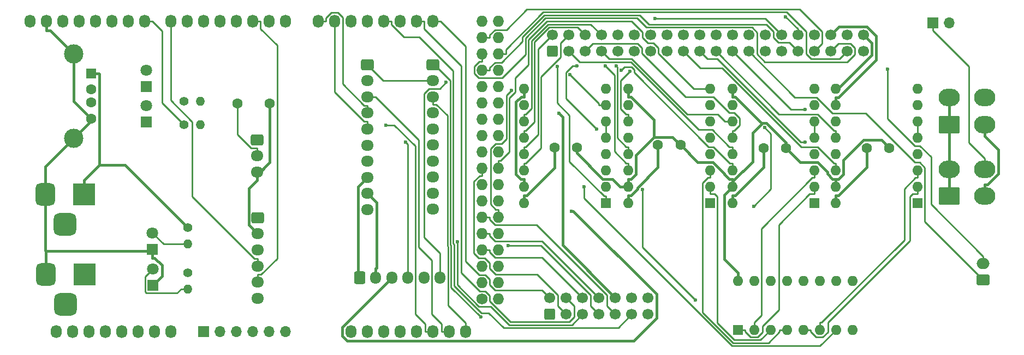
<source format=gbr>
G04 #@! TF.GenerationSoftware,KiCad,Pcbnew,(6.0.7-1)-1*
G04 #@! TF.CreationDate,2023-05-21T10:16:01+10:00*
G04 #@! TF.ProjectId,NEW_STANDBY_SHEILD,4e45575f-5354-4414-9e44-42595f534845,rev?*
G04 #@! TF.SameCoordinates,Original*
G04 #@! TF.FileFunction,Copper,L2,Bot*
G04 #@! TF.FilePolarity,Positive*
%FSLAX46Y46*%
G04 Gerber Fmt 4.6, Leading zero omitted, Abs format (unit mm)*
G04 Created by KiCad (PCBNEW (6.0.7-1)-1) date 2023-05-21 10:16:01*
%MOMM*%
%LPD*%
G01*
G04 APERTURE LIST*
G04 Aperture macros list*
%AMRoundRect*
0 Rectangle with rounded corners*
0 $1 Rounding radius*
0 $2 $3 $4 $5 $6 $7 $8 $9 X,Y pos of 4 corners*
0 Add a 4 corners polygon primitive as box body*
4,1,4,$2,$3,$4,$5,$6,$7,$8,$9,$2,$3,0*
0 Add four circle primitives for the rounded corners*
1,1,$1+$1,$2,$3*
1,1,$1+$1,$4,$5*
1,1,$1+$1,$6,$7*
1,1,$1+$1,$8,$9*
0 Add four rect primitives between the rounded corners*
20,1,$1+$1,$2,$3,$4,$5,0*
20,1,$1+$1,$4,$5,$6,$7,0*
20,1,$1+$1,$6,$7,$8,$9,0*
20,1,$1+$1,$8,$9,$2,$3,0*%
G04 Aperture macros list end*
G04 #@! TA.AperFunction,ComponentPad*
%ADD10C,1.727200*%
G04 #@! TD*
G04 #@! TA.AperFunction,ComponentPad*
%ADD11O,1.727200X1.727200*%
G04 #@! TD*
G04 #@! TA.AperFunction,ComponentPad*
%ADD12O,1.727200X2.032000*%
G04 #@! TD*
G04 #@! TA.AperFunction,ComponentPad*
%ADD13R,1.700000X1.700000*%
G04 #@! TD*
G04 #@! TA.AperFunction,ComponentPad*
%ADD14O,1.700000X1.700000*%
G04 #@! TD*
G04 #@! TA.AperFunction,ComponentPad*
%ADD15R,1.800000X1.800000*%
G04 #@! TD*
G04 #@! TA.AperFunction,ComponentPad*
%ADD16C,1.800000*%
G04 #@! TD*
G04 #@! TA.AperFunction,ComponentPad*
%ADD17C,1.400000*%
G04 #@! TD*
G04 #@! TA.AperFunction,ComponentPad*
%ADD18O,1.400000X1.400000*%
G04 #@! TD*
G04 #@! TA.AperFunction,ComponentPad*
%ADD19RoundRect,0.250000X0.600000X-0.600000X0.600000X0.600000X-0.600000X0.600000X-0.600000X-0.600000X0*%
G04 #@! TD*
G04 #@! TA.AperFunction,ComponentPad*
%ADD20C,1.700000*%
G04 #@! TD*
G04 #@! TA.AperFunction,ComponentPad*
%ADD21RoundRect,0.250000X-0.600000X-0.725000X0.600000X-0.725000X0.600000X0.725000X-0.600000X0.725000X0*%
G04 #@! TD*
G04 #@! TA.AperFunction,ComponentPad*
%ADD22O,1.700000X1.950000*%
G04 #@! TD*
G04 #@! TA.AperFunction,ComponentPad*
%ADD23RoundRect,0.250000X-0.725000X0.600000X-0.725000X-0.600000X0.725000X-0.600000X0.725000X0.600000X0*%
G04 #@! TD*
G04 #@! TA.AperFunction,ComponentPad*
%ADD24O,1.950000X1.700000*%
G04 #@! TD*
G04 #@! TA.AperFunction,ComponentPad*
%ADD25C,1.600000*%
G04 #@! TD*
G04 #@! TA.AperFunction,ComponentPad*
%ADD26R,3.500000X3.500000*%
G04 #@! TD*
G04 #@! TA.AperFunction,ComponentPad*
%ADD27RoundRect,0.750000X-0.750000X-1.000000X0.750000X-1.000000X0.750000X1.000000X-0.750000X1.000000X0*%
G04 #@! TD*
G04 #@! TA.AperFunction,ComponentPad*
%ADD28RoundRect,0.875000X-0.875000X-0.875000X0.875000X-0.875000X0.875000X0.875000X-0.875000X0.875000X0*%
G04 #@! TD*
G04 #@! TA.AperFunction,ComponentPad*
%ADD29R,1.500000X1.600000*%
G04 #@! TD*
G04 #@! TA.AperFunction,ComponentPad*
%ADD30C,3.000000*%
G04 #@! TD*
G04 #@! TA.AperFunction,ComponentPad*
%ADD31RoundRect,0.250001X1.399999X-1.099999X1.399999X1.099999X-1.399999X1.099999X-1.399999X-1.099999X0*%
G04 #@! TD*
G04 #@! TA.AperFunction,ComponentPad*
%ADD32O,3.300000X2.700000*%
G04 #@! TD*
G04 #@! TA.AperFunction,ComponentPad*
%ADD33R,1.600000X1.600000*%
G04 #@! TD*
G04 #@! TA.AperFunction,ComponentPad*
%ADD34O,1.600000X1.600000*%
G04 #@! TD*
G04 #@! TA.AperFunction,ComponentPad*
%ADD35RoundRect,0.250000X0.750000X-0.600000X0.750000X0.600000X-0.750000X0.600000X-0.750000X-0.600000X0*%
G04 #@! TD*
G04 #@! TA.AperFunction,ComponentPad*
%ADD36O,2.000000X1.700000*%
G04 #@! TD*
G04 #@! TA.AperFunction,ViaPad*
%ADD37C,0.600000*%
G04 #@! TD*
G04 #@! TA.AperFunction,Conductor*
%ADD38C,0.250000*%
G04 #@! TD*
G04 #@! TA.AperFunction,Conductor*
%ADD39C,0.450000*%
G04 #@! TD*
G04 APERTURE END LIST*
D10*
X197358000Y-114046000D03*
D11*
X199898000Y-114046000D03*
X197358000Y-111506000D03*
X199898000Y-111506000D03*
X197358000Y-108966000D03*
X199898000Y-108966000D03*
X197358000Y-106426000D03*
X199898000Y-106426000D03*
X197358000Y-103886000D03*
X199898000Y-103886000D03*
X197358000Y-101346000D03*
X199898000Y-101346000D03*
X197358000Y-98806000D03*
X199898000Y-98806000D03*
X197358000Y-96266000D03*
X199898000Y-96266000D03*
X197358000Y-93726000D03*
X199898000Y-93726000D03*
X197358000Y-91186000D03*
X199898000Y-91186000D03*
X197358000Y-88646000D03*
X199898000Y-88646000D03*
X197358000Y-86106000D03*
X199898000Y-86106000D03*
X197358000Y-83566000D03*
X199898000Y-83566000D03*
X197358000Y-81026000D03*
X199898000Y-81026000D03*
X197358000Y-78486000D03*
X199898000Y-78486000D03*
X197358000Y-75946000D03*
X199898000Y-75946000D03*
X197358000Y-73406000D03*
X199898000Y-73406000D03*
X197358000Y-70866000D03*
X199898000Y-70866000D03*
D12*
X131318000Y-119126000D03*
X133858000Y-119126000D03*
X136398000Y-119126000D03*
X138938000Y-119126000D03*
X141478000Y-119126000D03*
X144018000Y-119126000D03*
X146558000Y-119126000D03*
X149098000Y-119126000D03*
D13*
X154178000Y-119126000D03*
D14*
X156718000Y-119126000D03*
X159258000Y-119126000D03*
X161798000Y-119126000D03*
X164338000Y-119126000D03*
X166878000Y-119126000D03*
D12*
X177038000Y-119126000D03*
X179578000Y-119126000D03*
X182118000Y-119126000D03*
X184658000Y-119126000D03*
X187198000Y-119126000D03*
X189738000Y-119126000D03*
X192278000Y-119126000D03*
X194818000Y-119126000D03*
X127254000Y-70866000D03*
X129794000Y-70866000D03*
X132334000Y-70866000D03*
X134874000Y-70866000D03*
X137414000Y-70866000D03*
X139954000Y-70866000D03*
X142494000Y-70866000D03*
X145034000Y-70866000D03*
X149098000Y-70866000D03*
X151638000Y-70866000D03*
X154178000Y-70866000D03*
X156718000Y-70866000D03*
X159258000Y-70866000D03*
X161798000Y-70866000D03*
X164338000Y-70866000D03*
X166878000Y-70866000D03*
X171958000Y-70866000D03*
X174498000Y-70866000D03*
X177038000Y-70866000D03*
X179578000Y-70866000D03*
X182118000Y-70866000D03*
X184658000Y-70866000D03*
X187198000Y-70866000D03*
X189738000Y-70866000D03*
D15*
X145300000Y-81025000D03*
D16*
X145300000Y-78485000D03*
D15*
X145300000Y-86525000D03*
D16*
X145300000Y-83985000D03*
D17*
X151150000Y-83300000D03*
D18*
X153690000Y-83300000D03*
D19*
X207890000Y-116450000D03*
D20*
X207890000Y-113910000D03*
X210430000Y-116450000D03*
X210430000Y-113910000D03*
X212970000Y-116450000D03*
X212970000Y-113910000D03*
X215510000Y-116450000D03*
X215510000Y-113910000D03*
X218050000Y-116450000D03*
X218050000Y-113910000D03*
X220590000Y-116450000D03*
X220590000Y-113910000D03*
X223130000Y-116450000D03*
X223130000Y-113910000D03*
D15*
X146350000Y-111925000D03*
D16*
X146350000Y-109385000D03*
D21*
X178388000Y-110727000D03*
D22*
X180888000Y-110727000D03*
X183388000Y-110727000D03*
X185888000Y-110727000D03*
X188388000Y-110727000D03*
X190888000Y-110727000D03*
D23*
X189738000Y-77630000D03*
D24*
X189738000Y-80130000D03*
X189738000Y-82630000D03*
X189738000Y-85130000D03*
X189738000Y-87630000D03*
X189738000Y-90130000D03*
X189738000Y-92630000D03*
X189738000Y-95130000D03*
X189738000Y-97630000D03*
X189738000Y-100130000D03*
D17*
X151180000Y-86995000D03*
D18*
X153720000Y-86995000D03*
D17*
X151750000Y-109960000D03*
D18*
X151750000Y-112500000D03*
D25*
X241049600Y-90620000D03*
X244549600Y-90620000D03*
X224649600Y-90120000D03*
X228149600Y-90120000D03*
D26*
X135650000Y-97800000D03*
D27*
X129650000Y-97800000D03*
D28*
X132650000Y-102500000D03*
D29*
X136750000Y-79000000D03*
D25*
X136750000Y-81500000D03*
X136750000Y-83500000D03*
X136750000Y-86000000D03*
D30*
X134040000Y-75930000D03*
X134040000Y-89070000D03*
D31*
X269850000Y-98100000D03*
D32*
X269850000Y-93900000D03*
X275350000Y-98100000D03*
X275350000Y-93900000D03*
D25*
X257049600Y-90620000D03*
X260549600Y-90620000D03*
D19*
X208280000Y-75565000D03*
D20*
X208280000Y-73025000D03*
X210820000Y-75565000D03*
X210820000Y-73025000D03*
X213360000Y-75565000D03*
X213360000Y-73025000D03*
X215900000Y-75565000D03*
X215900000Y-73025000D03*
X218440000Y-75565000D03*
X218440000Y-73025000D03*
X220980000Y-75565000D03*
X220980000Y-73025000D03*
X223520000Y-75565000D03*
X223520000Y-73025000D03*
X226060000Y-75565000D03*
X226060000Y-73025000D03*
X228600000Y-75565000D03*
X228600000Y-73025000D03*
X231140000Y-75565000D03*
X231140000Y-73025000D03*
X233680000Y-75565000D03*
X233680000Y-73025000D03*
X236220000Y-75565000D03*
X236220000Y-73025000D03*
X238760000Y-75565000D03*
X238760000Y-73025000D03*
X241300000Y-75565000D03*
X241300000Y-73025000D03*
X243840000Y-75565000D03*
X243840000Y-73025000D03*
X246380000Y-75565000D03*
X246380000Y-73025000D03*
X248920000Y-75565000D03*
X248920000Y-73025000D03*
X251460000Y-75565000D03*
X251460000Y-73025000D03*
X254000000Y-75565000D03*
X254000000Y-73025000D03*
X256540000Y-75565000D03*
X256540000Y-73025000D03*
D33*
X264889600Y-99170000D03*
D34*
X264889600Y-96630000D03*
X264889600Y-94090000D03*
X264889600Y-91550000D03*
X264889600Y-89010000D03*
X264889600Y-86470000D03*
X264889600Y-83930000D03*
X264889600Y-81390000D03*
X252189600Y-81390000D03*
X252189600Y-83930000D03*
X252189600Y-86470000D03*
X252189600Y-89010000D03*
X252189600Y-91550000D03*
X252189600Y-94090000D03*
X252189600Y-96630000D03*
X252189600Y-99170000D03*
D26*
X135750000Y-110242500D03*
D27*
X129750000Y-110242500D03*
D28*
X132750000Y-114942500D03*
D25*
X159425000Y-83693000D03*
X164425000Y-83693000D03*
D15*
X146250000Y-106350000D03*
D16*
X146250000Y-103810000D03*
D17*
X151750000Y-103010000D03*
D18*
X151750000Y-105550000D03*
D33*
X232739600Y-99170000D03*
D34*
X232739600Y-96630000D03*
X232739600Y-94090000D03*
X232739600Y-91550000D03*
X232739600Y-89010000D03*
X232739600Y-86470000D03*
X232739600Y-83930000D03*
X232739600Y-81390000D03*
X220039600Y-81390000D03*
X220039600Y-83930000D03*
X220039600Y-86470000D03*
X220039600Y-89010000D03*
X220039600Y-91550000D03*
X220039600Y-94090000D03*
X220039600Y-96630000D03*
X220039600Y-99170000D03*
D23*
X179595000Y-77650000D03*
D24*
X179595000Y-80150000D03*
X179595000Y-82650000D03*
X179595000Y-85150000D03*
X179595000Y-87650000D03*
X179595000Y-90150000D03*
X179595000Y-92650000D03*
X179595000Y-95150000D03*
X179595000Y-97650000D03*
X179595000Y-100150000D03*
D35*
X275100000Y-111100000D03*
D36*
X275100000Y-108600000D03*
D23*
X162450000Y-89321000D03*
D24*
X162450000Y-91821000D03*
X162450000Y-94321000D03*
D23*
X162577000Y-101446000D03*
D24*
X162577000Y-103946000D03*
X162577000Y-106446000D03*
X162577000Y-108946000D03*
X162577000Y-111446000D03*
X162577000Y-113946000D03*
D33*
X237050000Y-118867500D03*
D34*
X239590000Y-118867500D03*
X242130000Y-118867500D03*
X244670000Y-118867500D03*
X247210000Y-118867500D03*
X249750000Y-118867500D03*
X252290000Y-118867500D03*
X254830000Y-118867500D03*
X254830000Y-111247500D03*
X252290000Y-111247500D03*
X249750000Y-111247500D03*
X247210000Y-111247500D03*
X244670000Y-111247500D03*
X242130000Y-111247500D03*
X239590000Y-111247500D03*
X237050000Y-111247500D03*
D33*
X248889600Y-99170000D03*
D34*
X248889600Y-96630000D03*
X248889600Y-94090000D03*
X248889600Y-91550000D03*
X248889600Y-89010000D03*
X248889600Y-86470000D03*
X248889600Y-83930000D03*
X248889600Y-81390000D03*
X236189600Y-81390000D03*
X236189600Y-83930000D03*
X236189600Y-86470000D03*
X236189600Y-89010000D03*
X236189600Y-91550000D03*
X236189600Y-94090000D03*
X236189600Y-96630000D03*
X236189600Y-99170000D03*
D33*
X216589600Y-99170000D03*
D34*
X216589600Y-96630000D03*
X216589600Y-94090000D03*
X216589600Y-91550000D03*
X216589600Y-89010000D03*
X216589600Y-86470000D03*
X216589600Y-83930000D03*
X216589600Y-81390000D03*
X203889600Y-81390000D03*
X203889600Y-83930000D03*
X203889600Y-86470000D03*
X203889600Y-89010000D03*
X203889600Y-91550000D03*
X203889600Y-94090000D03*
X203889600Y-96630000D03*
X203889600Y-99170000D03*
D13*
X267335000Y-71120000D03*
D14*
X269875000Y-71120000D03*
D25*
X208599600Y-90520000D03*
X212099600Y-90520000D03*
D31*
X269850000Y-86950000D03*
D32*
X269850000Y-82750000D03*
X275350000Y-86950000D03*
X275350000Y-82750000D03*
D37*
X193534400Y-105196900D03*
X201466600Y-105750400D03*
X209307300Y-85200000D03*
X209021000Y-77892400D03*
X210998000Y-79181200D03*
X197236800Y-116880000D03*
X224204100Y-70491200D03*
X244465300Y-70191900D03*
X182460000Y-87025200D03*
X239500900Y-99685700D03*
X241201700Y-87432500D03*
X201920600Y-81597200D03*
X185547800Y-89683700D03*
X191799700Y-80398300D03*
X260244600Y-78310400D03*
X211241800Y-100395400D03*
X218991000Y-78480400D03*
X220347000Y-78656900D03*
X212084000Y-77836300D03*
X215145500Y-87648400D03*
X218190600Y-77855100D03*
X216505700Y-77855100D03*
X247466400Y-84637300D03*
X247509500Y-89689200D03*
X213159600Y-96630000D03*
X222227900Y-97061100D03*
X230450500Y-114228000D03*
D38*
X161568500Y-90645700D02*
X159425000Y-88502200D01*
X162450000Y-90645700D02*
X161568500Y-90645700D01*
X159425000Y-88502200D02*
X159425000Y-83693000D01*
X162450000Y-91821000D02*
X162450000Y-90645700D01*
X199382100Y-112710700D02*
X206690700Y-112710700D01*
X198546900Y-111013500D02*
X198546900Y-111875500D01*
X198546900Y-111875500D02*
X199382100Y-112710700D01*
X196962900Y-110317100D02*
X197850500Y-110317100D01*
X194857000Y-74796100D02*
X194857000Y-108211200D01*
X197850500Y-110317100D02*
X198546900Y-111013500D01*
X194857000Y-108211200D02*
X196962900Y-110317100D01*
X190926900Y-70866000D02*
X194857000Y-74796100D01*
X189738000Y-70866000D02*
X190926900Y-70866000D01*
X206690700Y-112710700D02*
X207890000Y-113910000D01*
X209160000Y-113507900D02*
X205888100Y-110236000D01*
X210430000Y-116450000D02*
X209160000Y-115180000D01*
X199447300Y-110236000D02*
X198546900Y-109335600D01*
X205888100Y-110236000D02*
X199447300Y-110236000D01*
X197757600Y-107684200D02*
X196851100Y-107684200D01*
X196988500Y-94914900D02*
X197358000Y-94914900D01*
X196138500Y-106971600D02*
X196138500Y-95764900D01*
X196138500Y-95764900D02*
X196988500Y-94914900D01*
X197358000Y-93726000D02*
X197358000Y-94914900D01*
X198546900Y-109335600D02*
X198546900Y-108473500D01*
X196851100Y-107684200D02*
X196138500Y-106971600D01*
X198546900Y-108473500D02*
X197757600Y-107684200D01*
X209160000Y-115180000D02*
X209160000Y-113507900D01*
X187198000Y-70866000D02*
X188386900Y-70866000D01*
X211700100Y-115180100D02*
X211700100Y-116862000D01*
X198546900Y-113553400D02*
X197850600Y-112857100D01*
X198546900Y-114415600D02*
X198546900Y-113553400D01*
X210927300Y-117634800D02*
X201766100Y-117634800D01*
X194159700Y-77827700D02*
X188386900Y-72054900D01*
X197850600Y-112857100D02*
X197024100Y-112857100D01*
X188386900Y-72054900D02*
X188386900Y-70866000D01*
X197024100Y-112857100D02*
X194159700Y-109992700D01*
X210430000Y-113910000D02*
X211700100Y-115180100D01*
X201766100Y-117634800D02*
X198546900Y-114415600D01*
X211700100Y-116862000D02*
X210927300Y-117634800D01*
X194159700Y-109992700D02*
X194159700Y-77827700D01*
X193534400Y-111903900D02*
X193534400Y-105196900D01*
X211329500Y-118090500D02*
X201584900Y-118090500D01*
X212970000Y-116450000D02*
X211329500Y-118090500D01*
X201584900Y-118090500D02*
X198729300Y-115234900D01*
X196865400Y-115234900D02*
X193534400Y-111903900D01*
X198729300Y-115234900D02*
X196865400Y-115234900D01*
X199364200Y-107614900D02*
X206674900Y-107614900D01*
X206674900Y-107614900D02*
X212970000Y-113910000D01*
X198546900Y-106797600D02*
X199364200Y-107614900D01*
X197358000Y-106426000D02*
X198546900Y-106426000D01*
X198546900Y-106426000D02*
X198546900Y-106797600D01*
X215510000Y-116450000D02*
X214240000Y-115180000D01*
X206515400Y-105750400D02*
X201466600Y-105750400D01*
X214240000Y-115180000D02*
X214240000Y-113475000D01*
X214240000Y-113475000D02*
X206515400Y-105750400D01*
D39*
X134040000Y-75930000D02*
X130417300Y-72307300D01*
X161174800Y-102543800D02*
X161174800Y-96871500D01*
X146250000Y-106597500D02*
X146250000Y-107675300D01*
X136750000Y-86000000D02*
X134040000Y-83290000D01*
X129650000Y-106497500D02*
X129750000Y-106597500D01*
X162577000Y-103946000D02*
X161174800Y-102543800D01*
X129650000Y-93460000D02*
X134040000Y-89070000D01*
X162450000Y-94321000D02*
X162450000Y-94810500D01*
X161174800Y-96871500D02*
X162450000Y-95596300D01*
X147732100Y-108826100D02*
X147732100Y-110542900D01*
X130417300Y-72307300D02*
X129794000Y-72307300D01*
X129794000Y-70866000D02*
X129794000Y-72307300D01*
X134040000Y-89070000D02*
X136750000Y-86360000D01*
X164425000Y-92835500D02*
X164425000Y-83693000D01*
X162450000Y-94810500D02*
X164425000Y-92835500D01*
X146250000Y-106350000D02*
X146250000Y-106597500D01*
X129750000Y-106597500D02*
X146250000Y-106597500D01*
X146250000Y-107675300D02*
X146581300Y-107675300D01*
X134040000Y-83290000D02*
X134040000Y-75930000D01*
X129750000Y-110242500D02*
X129750000Y-106597500D01*
X129650000Y-97800000D02*
X129650000Y-106497500D01*
X136750000Y-86360000D02*
X136750000Y-86000000D01*
X147732100Y-110542900D02*
X146350000Y-111925000D01*
X146581300Y-107675300D02*
X147732100Y-108826100D01*
X162450000Y-94958600D02*
X162450000Y-94810500D01*
X129650000Y-97800000D02*
X129650000Y-93460000D01*
X162450000Y-94958600D02*
X162450000Y-95596300D01*
D38*
X199364200Y-105074900D02*
X198546900Y-104257600D01*
X206674900Y-105074900D02*
X199364200Y-105074900D01*
X197358000Y-103886000D02*
X198546900Y-103886000D01*
X215510000Y-113910000D02*
X206674900Y-105074900D01*
X198546900Y-104257600D02*
X198546900Y-103886000D01*
X216780000Y-113489400D02*
X205825500Y-102534900D01*
X198546900Y-101717600D02*
X198546900Y-101346000D01*
X199364200Y-102534900D02*
X198546900Y-101717600D01*
X218050000Y-116450000D02*
X216780000Y-115180000D01*
X197358000Y-101346000D02*
X198546900Y-101346000D01*
X205825500Y-102534900D02*
X199364200Y-102534900D01*
X216780000Y-115180000D02*
X216780000Y-113489400D01*
X190247000Y-83805300D02*
X192008500Y-85566800D01*
X192008500Y-85566800D02*
X192008500Y-105829100D01*
X194818000Y-119126000D02*
X194818000Y-117784700D01*
X189738000Y-82630000D02*
X189738000Y-83805300D01*
X189738000Y-83805300D02*
X190247000Y-83805300D01*
X192008500Y-105829100D02*
X192080000Y-105900600D01*
X192080100Y-115046800D02*
X194818000Y-117784700D01*
X192080000Y-115046800D02*
X192080100Y-115046800D01*
X192080000Y-105900600D02*
X192080000Y-115046800D01*
D39*
X258476900Y-73153300D02*
X258476900Y-76869300D01*
X209859400Y-105719400D02*
X218050000Y-113910000D01*
X257055000Y-71731400D02*
X258476900Y-73153300D01*
X252189600Y-83930000D02*
X252189600Y-82704700D01*
X252753600Y-71731400D02*
X257055000Y-71731400D01*
X258476900Y-76869300D02*
X252641500Y-82704700D01*
X178158800Y-110497800D02*
X178388000Y-110727000D01*
X179595000Y-95150000D02*
X178158800Y-96586200D01*
X252641500Y-82704700D02*
X252189600Y-82704700D01*
X178158800Y-96586200D02*
X178158800Y-110497800D01*
X251460000Y-73025000D02*
X252753600Y-71731400D01*
X209307300Y-85200000D02*
X209859400Y-85752100D01*
X209859400Y-85752100D02*
X209859400Y-105719400D01*
X135650000Y-97800000D02*
X135650000Y-95624700D01*
X138004300Y-93270400D02*
X135650000Y-95624700D01*
X137925300Y-79000000D02*
X138004300Y-79079000D01*
X142010400Y-93270400D02*
X138004300Y-93270400D01*
X136750000Y-79000000D02*
X137925300Y-79000000D01*
X151750000Y-103010000D02*
X142010400Y-93270400D01*
X138004300Y-79079000D02*
X138004300Y-93270400D01*
D38*
X189602900Y-116450900D02*
X191089100Y-117937100D01*
X191089100Y-117937100D02*
X191089100Y-119126000D01*
X179595000Y-82650000D02*
X180895300Y-82650000D01*
X189602900Y-108023500D02*
X189602900Y-116450900D01*
X180895300Y-82650000D02*
X187574100Y-89328800D01*
X187574100Y-89328800D02*
X187574100Y-105994700D01*
X187574100Y-105994700D02*
X189602900Y-108023500D01*
X192278000Y-119126000D02*
X191089100Y-119126000D01*
X216589600Y-98044700D02*
X216308300Y-98044700D01*
X210953400Y-92689800D02*
X210953400Y-85556500D01*
X216308300Y-98044700D02*
X210953400Y-92689800D01*
X209021000Y-83624100D02*
X209021000Y-77892400D01*
X216589600Y-99170000D02*
X216589600Y-98044700D01*
X210953400Y-85556500D02*
X209021000Y-83624100D01*
X215464300Y-83930000D02*
X215464300Y-83647500D01*
X216589600Y-83930000D02*
X215464300Y-83930000D01*
X215464300Y-83647500D02*
X210998000Y-79181200D01*
D39*
X269850000Y-93900000D02*
X269850000Y-98100000D01*
X269850000Y-86950000D02*
X269850000Y-93900000D01*
X269850000Y-82750000D02*
X269850000Y-86950000D01*
D38*
X197157200Y-116880000D02*
X197236800Y-116880000D01*
X192458800Y-105642500D02*
X192530400Y-105714100D01*
X189738000Y-77630000D02*
X189975400Y-77630000D01*
X189975400Y-77630000D02*
X192458800Y-80113400D01*
X192530400Y-105714100D02*
X192530400Y-112253200D01*
X192530400Y-112253200D02*
X197157200Y-116880000D01*
X192458800Y-80113400D02*
X192458800Y-105642500D01*
X272922800Y-77883100D02*
X272922800Y-89797500D01*
X267335000Y-71120000D02*
X267335000Y-72295300D01*
X275350000Y-93900000D02*
X275350000Y-92224700D01*
X267335000Y-72295300D02*
X272922800Y-77883100D01*
X272922800Y-89797500D02*
X275350000Y-92224700D01*
X179595000Y-77650000D02*
X182075000Y-80130000D01*
X182075000Y-80130000D02*
X189738000Y-80130000D01*
X200269500Y-92537100D02*
X199898000Y-92537100D01*
X204564500Y-77660900D02*
X202550500Y-79674900D01*
X222250000Y-73444800D02*
X222250000Y-72576000D01*
X199898000Y-93726000D02*
X199898000Y-92537100D01*
X224695400Y-75865400D02*
X224695400Y-75039400D01*
X204564500Y-73756600D02*
X204564500Y-77660900D01*
X202550500Y-81851700D02*
X201601700Y-82800500D01*
X201601700Y-82800500D02*
X201601700Y-91204900D01*
X223928700Y-74272700D02*
X223077900Y-74272700D01*
X230220000Y-81390000D02*
X224695400Y-75865400D01*
X232739600Y-81390000D02*
X230220000Y-81390000D01*
X224695400Y-75039400D02*
X223928700Y-74272700D01*
X222250000Y-72576000D02*
X220541300Y-70867300D01*
X220541300Y-70867300D02*
X207453800Y-70867300D01*
X223077900Y-74272700D02*
X222250000Y-73444800D01*
X207453800Y-70867300D02*
X204564500Y-73756600D01*
X202550500Y-79674900D02*
X202550500Y-81851700D01*
X201601700Y-91204900D02*
X200269500Y-92537100D01*
X241306200Y-70491200D02*
X224204100Y-70491200D01*
X243840000Y-73025000D02*
X241306200Y-70491200D01*
X245015400Y-74200400D02*
X246380000Y-75565000D01*
X243314400Y-74200400D02*
X245015400Y-74200400D01*
X203663800Y-74027300D02*
X203663800Y-73306500D01*
X207035600Y-69934700D02*
X221797900Y-69934700D01*
X200394000Y-77297100D02*
X203663800Y-74027300D01*
X197358000Y-78486000D02*
X198546900Y-78486000D01*
X242570000Y-72524900D02*
X242570000Y-73456000D01*
X203663800Y-73306500D02*
X207035600Y-69934700D01*
X221797900Y-69934700D02*
X223262500Y-71399300D01*
X199364200Y-77297100D02*
X200394000Y-77297100D01*
X198546900Y-78486000D02*
X198546900Y-78114400D01*
X241444400Y-71399300D02*
X242570000Y-72524900D01*
X223262500Y-71399300D02*
X241444400Y-71399300D01*
X242570000Y-73456000D02*
X243314400Y-74200400D01*
X198546900Y-78114400D02*
X199364200Y-77297100D01*
X187063400Y-116451400D02*
X188549100Y-117937100D01*
X183773900Y-87025200D02*
X187063400Y-90314700D01*
X188549100Y-117937100D02*
X188549100Y-119126000D01*
X246380000Y-73025000D02*
X246380000Y-72106600D01*
X189738000Y-119126000D02*
X188549100Y-119126000D01*
X182460000Y-87025200D02*
X183773900Y-87025200D01*
X246380000Y-72106600D02*
X244465300Y-70191900D01*
X187063400Y-90314700D02*
X187063400Y-116451400D01*
X250110600Y-74374400D02*
X250110600Y-72483400D01*
X197358000Y-73406000D02*
X198546900Y-73406000D01*
X248920000Y-75565000D02*
X250110600Y-74374400D01*
X198546900Y-73034400D02*
X198546900Y-73406000D01*
X246661300Y-69034100D02*
X204342000Y-69034100D01*
X199364200Y-72217100D02*
X198546900Y-73034400D01*
X204342000Y-69034100D02*
X201159000Y-72217100D01*
X201159000Y-72217100D02*
X199364200Y-72217100D01*
X250110600Y-72483400D02*
X246661300Y-69034100D01*
X216589600Y-86470000D02*
X216589600Y-89010000D01*
X240030000Y-75980200D02*
X240030000Y-72632800D01*
X240030000Y-72632800D02*
X239246900Y-71849700D01*
X196829000Y-79675000D02*
X196169100Y-79015100D01*
X221386300Y-70385000D02*
X207222200Y-70385000D01*
X200467400Y-79675000D02*
X196829000Y-79675000D01*
X241261600Y-77211800D02*
X240030000Y-75980200D01*
X197358000Y-75946000D02*
X197358000Y-77134900D01*
X222851000Y-71849700D02*
X221386300Y-70385000D01*
X196986400Y-77134900D02*
X197358000Y-77134900D01*
X196169100Y-79015100D02*
X196169100Y-77952200D01*
X255180800Y-75044800D02*
X255180800Y-76048700D01*
X204114100Y-76028300D02*
X200467400Y-79675000D01*
X207222200Y-70385000D02*
X204114100Y-73493100D01*
X239246900Y-71849700D02*
X222851000Y-71849700D01*
X252635400Y-74389600D02*
X254525600Y-74389600D01*
X251460000Y-75565000D02*
X252635400Y-74389600D01*
X254017700Y-77211800D02*
X241261600Y-77211800D01*
X196169100Y-77952200D02*
X196986400Y-77134900D01*
X255180800Y-76048700D02*
X254017700Y-77211800D01*
X204114100Y-73493100D02*
X204114100Y-76028300D01*
X254525600Y-74389600D02*
X255180800Y-75044800D01*
X201086900Y-75246500D02*
X201086900Y-75946000D01*
X247650000Y-72492200D02*
X244642200Y-69484400D01*
X248446600Y-76759700D02*
X247650000Y-75963100D01*
X206849000Y-69484400D02*
X201086900Y-75246500D01*
X244642200Y-69484400D02*
X206849000Y-69484400D01*
X199898000Y-75946000D02*
X201086900Y-75946000D01*
X252805300Y-76759700D02*
X248446600Y-76759700D01*
X247650000Y-75963100D02*
X247650000Y-72492200D01*
X254000000Y-75565000D02*
X252805300Y-76759700D01*
X241201700Y-87432500D02*
X242184500Y-88415300D01*
X242184500Y-97002100D02*
X239500900Y-99685700D01*
X242184500Y-88415300D02*
X242184500Y-97002100D01*
X201149500Y-89143700D02*
X201149500Y-82368300D01*
X201149500Y-82368300D02*
X201920600Y-81597200D01*
X199898000Y-101346000D02*
X199898000Y-100157100D01*
X199526500Y-100157100D02*
X198709000Y-99339600D01*
X200377200Y-89916000D02*
X201149500Y-89143700D01*
X198709000Y-99339600D02*
X198709000Y-90671700D01*
X199898000Y-100157100D02*
X199526500Y-100157100D01*
X198709000Y-90671700D02*
X199464700Y-89916000D01*
X199464700Y-89916000D02*
X200377200Y-89916000D01*
X264889600Y-86470000D02*
X264889600Y-89010000D01*
D39*
X253415000Y-92514800D02*
X253415000Y-94687100D01*
X249434300Y-92820000D02*
X246749600Y-92820000D01*
X244549600Y-89754500D02*
X244549600Y-90620000D01*
X275738300Y-96324700D02*
X275350000Y-96324700D01*
X221264900Y-94639000D02*
X221264900Y-91708600D01*
X239366300Y-92704100D02*
X239366300Y-88219500D01*
X230849600Y-92820000D02*
X233209900Y-92820000D01*
X253415000Y-94687100D02*
X252697400Y-95404700D01*
X257826500Y-74311500D02*
X256540000Y-73025000D01*
X275350000Y-88725300D02*
X277471500Y-90846800D01*
X259301600Y-89372000D02*
X256557800Y-89372000D01*
X239366300Y-88219500D02*
X240809000Y-86776800D01*
X240809000Y-86776800D02*
X240904400Y-86681400D01*
X234953400Y-107925600D02*
X237050000Y-110022200D01*
X275350000Y-98100000D02*
X275350000Y-96324700D01*
X202650300Y-94652900D02*
X203402100Y-95404700D01*
X202650300Y-83395100D02*
X202650300Y-94652900D01*
X219427000Y-96630000D02*
X218814300Y-96630000D01*
X236189600Y-96017300D02*
X236189600Y-95721300D01*
X240809000Y-86776800D02*
X236647400Y-82615300D01*
X220499200Y-95404700D02*
X221264900Y-94639000D01*
X256557800Y-89372000D02*
X253415000Y-92514800D01*
X234964300Y-94678300D02*
X235711400Y-95425400D01*
X226924200Y-88894600D02*
X228149600Y-90120000D01*
X180888000Y-109326700D02*
X180995600Y-109219100D01*
X212099600Y-91406200D02*
X212099600Y-90520000D01*
X203889600Y-96630000D02*
X203889600Y-95404700D01*
X236189600Y-81390000D02*
X236189600Y-82615300D01*
X180888000Y-110727000D02*
X180888000Y-109326700D01*
X235711400Y-95425400D02*
X236189600Y-95425400D01*
X237050000Y-111247500D02*
X237050000Y-110022200D01*
X236189600Y-95721300D02*
X236349100Y-95721300D01*
X220039600Y-95404700D02*
X220499200Y-95404700D01*
X257826500Y-76130000D02*
X257826500Y-74311500D01*
X224078900Y-88894600D02*
X226924200Y-88894600D01*
X180995600Y-109219100D02*
X180995600Y-99050600D01*
X252189600Y-81390000D02*
X252566500Y-81390000D01*
X252697400Y-95404700D02*
X252189600Y-95404700D01*
X220039600Y-82615300D02*
X220499100Y-82615300D01*
X203402100Y-95404700D02*
X203889600Y-95404700D01*
X203430100Y-82615300D02*
X202650300Y-83395100D01*
X180995600Y-99050600D02*
X179595000Y-97650000D01*
X228149600Y-90120000D02*
X230849600Y-92820000D01*
X241476500Y-86681400D02*
X244549600Y-89754500D01*
X217589000Y-95404700D02*
X216098100Y-95404700D01*
X203889600Y-82615300D02*
X203430100Y-82615300D01*
X277471500Y-94591500D02*
X275738300Y-96324700D01*
X220499100Y-82615300D02*
X224078900Y-86195100D01*
X246749600Y-92820000D02*
X244549600Y-90620000D01*
X236189600Y-96017300D02*
X236189600Y-96630000D01*
X252189600Y-96630000D02*
X252189600Y-95404700D01*
X233209900Y-92820000D02*
X234964300Y-94574400D01*
X251755200Y-95404700D02*
X250964300Y-94613800D01*
X220039600Y-81390000D02*
X220039600Y-82615300D01*
X236647400Y-82615300D02*
X236189600Y-82615300D01*
X220039600Y-96630000D02*
X220039600Y-95404700D01*
X275350000Y-86950000D02*
X275350000Y-88725300D01*
X236189600Y-95721300D02*
X236189600Y-95425400D01*
X221264900Y-91708600D02*
X224078900Y-88894600D01*
X234953400Y-97866200D02*
X234953400Y-107925600D01*
X277471500Y-90846800D02*
X277471500Y-94591500D01*
X224078900Y-86195100D02*
X224078900Y-88894600D01*
X203889600Y-81390000D02*
X203889600Y-82615300D01*
X219427000Y-96630000D02*
X220039600Y-96630000D01*
X250964300Y-94613800D02*
X250964300Y-94350000D01*
X252566500Y-81390000D02*
X257826500Y-76130000D01*
X260549600Y-90620000D02*
X259301600Y-89372000D01*
X236349100Y-95721300D02*
X239366300Y-92704100D01*
X250964300Y-94350000D02*
X249434300Y-92820000D01*
X236189600Y-96630000D02*
X234953400Y-97866200D01*
X240904400Y-86681400D02*
X241476500Y-86681400D01*
X218814300Y-96630000D02*
X217589000Y-95404700D01*
X252189600Y-95404700D02*
X251755200Y-95404700D01*
X234964300Y-94574400D02*
X234964300Y-94678300D01*
X216098100Y-95404700D02*
X212099600Y-91406200D01*
D38*
X149098000Y-83169900D02*
X149098000Y-70866000D01*
X162577000Y-107770700D02*
X162062800Y-107770700D01*
X152450000Y-86521900D02*
X149098000Y-83169900D01*
X152450000Y-98157900D02*
X152450000Y-86521900D01*
X162577000Y-108946000D02*
X162577000Y-107770700D01*
X162062800Y-107770700D02*
X152450000Y-98157900D01*
X174498000Y-81891900D02*
X174498000Y-70866000D01*
X179595000Y-87650000D02*
X179595000Y-86474700D01*
X179080800Y-86474700D02*
X174498000Y-81891900D01*
X179595000Y-86474700D02*
X179080800Y-86474700D01*
X175023300Y-69519200D02*
X173973600Y-69519200D01*
X173973600Y-69519200D02*
X173146900Y-70345900D01*
X173146900Y-70345900D02*
X173146900Y-70866000D01*
X171958000Y-70866000D02*
X173146900Y-70866000D01*
X175768000Y-70263900D02*
X175023300Y-69519200D01*
X179080800Y-83974700D02*
X175768000Y-80661900D01*
X175768000Y-80661900D02*
X175768000Y-70263900D01*
X179595000Y-83974700D02*
X179080800Y-83974700D01*
X179595000Y-85150000D02*
X179595000Y-83974700D01*
X185547800Y-89683700D02*
X185888000Y-90023900D01*
X185888000Y-110727000D02*
X185888000Y-109426700D01*
X185888000Y-90023900D02*
X185888000Y-109426700D01*
X190818000Y-81380000D02*
X189181400Y-81380000D01*
X191799700Y-80398300D02*
X190818000Y-81380000D01*
X188418500Y-104470300D02*
X190888000Y-106939800D01*
X189181400Y-81380000D02*
X188418500Y-82142900D01*
X190888000Y-106939800D02*
X190888000Y-110727000D01*
X188418500Y-82142900D02*
X188418500Y-104470300D01*
X162577000Y-111446000D02*
X162577000Y-110270700D01*
X163091200Y-110270700D02*
X165577500Y-107784400D01*
X162986900Y-72054900D02*
X162986900Y-70866000D01*
X162577000Y-110270700D02*
X163091200Y-110270700D01*
X161798000Y-70866000D02*
X162986900Y-70866000D01*
X165577500Y-74645500D02*
X162986900Y-72054900D01*
X165577500Y-107784400D02*
X165577500Y-74645500D01*
X192909100Y-78607400D02*
X192909100Y-105455900D01*
X218499100Y-118540900D02*
X220590000Y-116450000D01*
X182118000Y-70866000D02*
X183306900Y-70866000D01*
X185279000Y-73358200D02*
X187659900Y-73358200D01*
X183306900Y-71386100D02*
X185279000Y-73358200D01*
X198424400Y-116248000D02*
X200717300Y-118540900D01*
X200717300Y-118540900D02*
X218499100Y-118540900D01*
X183306900Y-70866000D02*
X183306900Y-71386100D01*
X193022700Y-112029700D02*
X197241000Y-116248000D01*
X187659900Y-73358200D02*
X192909100Y-78607400D01*
X193022700Y-105569500D02*
X193022700Y-112029700D01*
X192909100Y-105455900D02*
X193022700Y-105569500D01*
X197241000Y-116248000D02*
X198424400Y-116248000D01*
X264499200Y-92820000D02*
X256879200Y-85200000D01*
X265234100Y-92820000D02*
X264499200Y-92820000D01*
X245920900Y-82725900D02*
X238760000Y-75565000D01*
X256879200Y-85200000D02*
X251756700Y-85200000D01*
X266043800Y-102043800D02*
X266043800Y-93629700D01*
X251756700Y-85200000D02*
X249282600Y-82725900D01*
X266043800Y-93629700D02*
X265234100Y-92820000D01*
X249282600Y-82725900D02*
X245920900Y-82725900D01*
X275100000Y-111100000D02*
X266043800Y-102043800D01*
X267011200Y-92006300D02*
X265284900Y-90280000D01*
X265284900Y-90280000D02*
X264524600Y-90280000D01*
X275100000Y-108600000D02*
X275100000Y-107424700D01*
X275100000Y-107424700D02*
X267011200Y-99335900D01*
X267011200Y-99335900D02*
X267011200Y-92006300D01*
X260244600Y-86000000D02*
X260244600Y-78310400D01*
X264524600Y-90280000D02*
X260244600Y-86000000D01*
D39*
X236649100Y-97944700D02*
X236189600Y-97944700D01*
X236189600Y-99170000D02*
X236189600Y-97944700D01*
X221502600Y-96760700D02*
X221502600Y-96941200D01*
X224649600Y-93613700D02*
X221502600Y-96760700D01*
X176459600Y-120567800D02*
X220868400Y-120567800D01*
X203889600Y-99170000D02*
X203889600Y-97944700D01*
X252189600Y-99170000D02*
X252189600Y-97944700D01*
X175678900Y-119787100D02*
X176459600Y-120567800D01*
X183388000Y-110727000D02*
X175678900Y-118436100D01*
X257049600Y-93544200D02*
X257049600Y-90620000D01*
X211515600Y-100395400D02*
X211241800Y-100395400D01*
X204349100Y-97944700D02*
X203889600Y-97944700D01*
X252649100Y-97944700D02*
X257049600Y-93544200D01*
X208599600Y-93694200D02*
X204349100Y-97944700D01*
X241049600Y-93544200D02*
X236649100Y-97944700D01*
X224425500Y-117010700D02*
X224425500Y-113305300D01*
X208599600Y-90520000D02*
X208599600Y-93694200D01*
X175678900Y-118436100D02*
X175678900Y-119787100D01*
X224649600Y-90120000D02*
X224649600Y-93613700D01*
X252189600Y-97944700D02*
X252649100Y-97944700D01*
X220868400Y-120567800D02*
X224425500Y-117010700D01*
X220499100Y-97944700D02*
X220039600Y-97944700D01*
X221502600Y-96941200D02*
X220499100Y-97944700D01*
X241049600Y-90620000D02*
X241049600Y-93544200D01*
X224425500Y-113305300D02*
X211515600Y-100395400D01*
X220039600Y-99170000D02*
X220039600Y-97944700D01*
D38*
X248186300Y-97755300D02*
X243400000Y-102541600D01*
X243400000Y-115797300D02*
X240860000Y-118337300D01*
X248889600Y-97755300D02*
X248186300Y-97755300D01*
X240137100Y-119992800D02*
X239019200Y-119992800D01*
X240860000Y-119269900D02*
X240137100Y-119992800D01*
X240860000Y-118337300D02*
X240860000Y-119269900D01*
X243400000Y-102541600D02*
X243400000Y-115797300D01*
X248889600Y-96630000D02*
X248889600Y-97755300D01*
X239019200Y-119992800D02*
X238175300Y-119148900D01*
X237050000Y-118867500D02*
X238175300Y-118867500D01*
X238175300Y-119148900D02*
X238175300Y-118867500D01*
X248608300Y-95215300D02*
X240715300Y-103108300D01*
X240715300Y-116616900D02*
X239590000Y-117742200D01*
X240715300Y-103108300D02*
X240715300Y-116616900D01*
X248889600Y-95215300D02*
X248608300Y-95215300D01*
X239590000Y-118867500D02*
X239590000Y-117742200D01*
X248889600Y-94090000D02*
X248889600Y-95215300D01*
X236189600Y-86470000D02*
X235064300Y-86470000D01*
X229193000Y-85344700D02*
X220591700Y-76743400D01*
X235064300Y-86470000D02*
X233939000Y-85344700D01*
X217078400Y-76743400D02*
X215900000Y-75565000D01*
X233939000Y-85344700D02*
X229193000Y-85344700D01*
X220591700Y-76743400D02*
X217078400Y-76743400D01*
X236189600Y-89010000D02*
X236189600Y-87884700D01*
X236460200Y-85119600D02*
X235757300Y-85119600D01*
X237329500Y-85988900D02*
X236460200Y-85119600D01*
X237329500Y-87026100D02*
X237329500Y-85988900D01*
X236189600Y-87884700D02*
X236470900Y-87884700D01*
X235757300Y-85119600D02*
X233297700Y-82660000D01*
X222155400Y-75875700D02*
X222155400Y-75030700D01*
X233297700Y-82660000D02*
X228939700Y-82660000D01*
X221511700Y-74387000D02*
X214538000Y-74387000D01*
X214538000Y-74387000D02*
X213360000Y-75565000D01*
X228939700Y-82660000D02*
X222155400Y-75875700D01*
X236470900Y-87884700D02*
X237329500Y-87026100D01*
X222155400Y-75030700D02*
X221511700Y-74387000D01*
X236189600Y-91550000D02*
X236189600Y-90424700D01*
X220441200Y-77229800D02*
X212484800Y-77229800D01*
X212484800Y-77229800D02*
X210820000Y-75565000D01*
X235754600Y-90424700D02*
X233069900Y-87740000D01*
X233069900Y-87740000D02*
X230951400Y-87740000D01*
X230951400Y-87740000D02*
X220441200Y-77229800D01*
X236189600Y-90424700D02*
X235754600Y-90424700D01*
X219439800Y-78031600D02*
X218991000Y-78480400D01*
X220972300Y-78856700D02*
X220972300Y-78397800D01*
X220972300Y-78397800D02*
X220606100Y-78031600D01*
X235794100Y-92964700D02*
X233254100Y-90424700D01*
X236189600Y-92964700D02*
X235794100Y-92964700D01*
X236189600Y-94090000D02*
X236189600Y-92964700D01*
X232540300Y-90424700D02*
X220972300Y-78856700D01*
X233254100Y-90424700D02*
X232540300Y-90424700D01*
X220606100Y-78031600D02*
X219439800Y-78031600D01*
X145034000Y-70866000D02*
X146222900Y-70866000D01*
X147745800Y-83560800D02*
X147745800Y-72388900D01*
X147745800Y-72388900D02*
X146222900Y-70866000D01*
X151180000Y-86995000D02*
X147745800Y-83560800D01*
X233443000Y-97755300D02*
X232739600Y-97755300D01*
X236516800Y-120445900D02*
X233864900Y-117794000D01*
X242130000Y-118867500D02*
X240551600Y-120445900D01*
X233864900Y-98177200D02*
X233443000Y-97755300D01*
X240551600Y-120445900D02*
X236516800Y-120445900D01*
X232739600Y-96630000D02*
X232739600Y-97755300D01*
X233864900Y-117794000D02*
X233864900Y-98177200D01*
X241797300Y-120896200D02*
X236330100Y-120896200D01*
X231614200Y-96059400D02*
X232458300Y-95215300D01*
X243544700Y-118867500D02*
X243544700Y-119148800D01*
X232739600Y-94090000D02*
X232739600Y-95215300D01*
X231614200Y-116180300D02*
X231614200Y-96059400D01*
X243544700Y-119148800D02*
X241797300Y-120896200D01*
X244670000Y-118867500D02*
X243544700Y-118867500D01*
X236330100Y-120896200D02*
X231614200Y-116180300D01*
X232458300Y-95215300D02*
X232739600Y-95215300D01*
X220039600Y-85344700D02*
X219758300Y-85344700D01*
X220039600Y-86470000D02*
X220039600Y-85344700D01*
X219758300Y-85344700D02*
X218898800Y-84485200D01*
X218898800Y-80105100D02*
X220347000Y-78656900D01*
X218898800Y-84485200D02*
X218898800Y-80105100D01*
X210372100Y-78870300D02*
X211406100Y-77836300D01*
X210372100Y-82875000D02*
X210372100Y-78870300D01*
X215145500Y-87648400D02*
X210372100Y-82875000D01*
X211406100Y-77836300D02*
X212084000Y-77836300D01*
X220039600Y-90424700D02*
X219758300Y-90424700D01*
X220039600Y-91550000D02*
X220039600Y-90424700D01*
X218360300Y-89026700D02*
X218360300Y-78024800D01*
X218360300Y-78024800D02*
X218190600Y-77855100D01*
X219758300Y-90424700D02*
X218360300Y-89026700D01*
X219758300Y-92964700D02*
X217909900Y-91116300D01*
X217909900Y-91116300D02*
X217909900Y-79259300D01*
X220039600Y-94090000D02*
X220039600Y-92964700D01*
X217909900Y-79259300D02*
X216505700Y-77855100D01*
X220039600Y-92964700D02*
X219758300Y-92964700D01*
X249184200Y-119997700D02*
X250213000Y-119997700D01*
X263764300Y-104998500D02*
X263764300Y-98177200D01*
X264186200Y-97755300D02*
X264889600Y-97755300D01*
X248335300Y-119148800D02*
X249184200Y-119997700D01*
X264889600Y-96630000D02*
X264889600Y-97755300D01*
X250213000Y-119997700D02*
X251020700Y-119190000D01*
X247210000Y-118867500D02*
X248335300Y-118867500D01*
X251020700Y-117742100D02*
X263764300Y-104998500D01*
X263764300Y-98177200D02*
X264186200Y-97755300D01*
X248335300Y-118867500D02*
X248335300Y-119148800D01*
X251020700Y-119190000D02*
X251020700Y-117742100D01*
X264608200Y-95215300D02*
X262863800Y-96959700D01*
X262863800Y-104909700D02*
X250031300Y-117742200D01*
X249750000Y-118867500D02*
X249750000Y-117742200D01*
X262863800Y-96959700D02*
X262863800Y-104909700D01*
X250031300Y-117742200D02*
X249750000Y-117742200D01*
X264889600Y-95215300D02*
X264608200Y-95215300D01*
X264889600Y-94090000D02*
X264889600Y-95215300D01*
X247466400Y-84637300D02*
X245292300Y-84637300D01*
X245292300Y-84637300D02*
X236220000Y-75565000D01*
X251948500Y-87884700D02*
X249408500Y-85344700D01*
X252189600Y-89010000D02*
X252189600Y-87884700D01*
X249408500Y-85344700D02*
X243459700Y-85344700D01*
X243459700Y-85344700D02*
X233680000Y-75565000D01*
X252189600Y-87884700D02*
X251948500Y-87884700D01*
X246778900Y-89689200D02*
X247509500Y-89689200D01*
X233830000Y-76740300D02*
X246778900Y-89689200D01*
X231140000Y-75565000D02*
X232315300Y-76740300D01*
X232315300Y-76740300D02*
X233830000Y-76740300D01*
X228600000Y-75565000D02*
X231213300Y-78178300D01*
X251948500Y-92964700D02*
X252189600Y-92964700D01*
X231213300Y-78178300D02*
X234631000Y-78178300D01*
X252189600Y-94090000D02*
X252189600Y-92964700D01*
X234631000Y-78178300D02*
X246877400Y-90424700D01*
X246877400Y-90424700D02*
X249408500Y-90424700D01*
X249408500Y-90424700D02*
X251948500Y-92964700D01*
X249811000Y-121346500D02*
X236119000Y-121346500D01*
X236119000Y-121346500D02*
X213159600Y-98387100D01*
X213159600Y-98387100D02*
X213159600Y-96630000D01*
X252290000Y-118867500D02*
X249811000Y-121346500D01*
X222227900Y-97061100D02*
X222227900Y-106005400D01*
X222227900Y-106005400D02*
X230450500Y-114228000D01*
X248889600Y-86470000D02*
X248889600Y-89010000D01*
X204139800Y-85344700D02*
X205046400Y-84438100D01*
X203889600Y-86470000D02*
X203889600Y-85344700D01*
X205046400Y-84438100D02*
X205046400Y-73911600D01*
X203889600Y-85344700D02*
X204139800Y-85344700D01*
X205046400Y-73911600D02*
X207595700Y-71362300D01*
X214237300Y-71362300D02*
X215900000Y-73025000D01*
X207595700Y-71362300D02*
X214237300Y-71362300D01*
X205496700Y-74099500D02*
X207775000Y-71821200D01*
X207775000Y-71821200D02*
X212156200Y-71821200D01*
X205496700Y-86559000D02*
X205496700Y-74099500D01*
X212156200Y-71821200D02*
X213360000Y-73025000D01*
X203889600Y-89010000D02*
X203889600Y-87884700D01*
X203889600Y-87884700D02*
X204171000Y-87884700D01*
X204171000Y-87884700D02*
X205496700Y-86559000D01*
X208280000Y-73025000D02*
X206066900Y-75238100D01*
X206066900Y-88528700D02*
X204170900Y-90424700D01*
X203889600Y-91550000D02*
X203889600Y-90424700D01*
X204170900Y-90424700D02*
X203889600Y-90424700D01*
X206066900Y-75238100D02*
X206066900Y-88528700D01*
X206517200Y-79511900D02*
X206517200Y-90618400D01*
X209550500Y-74294500D02*
X209550500Y-76478600D01*
X203889600Y-94090000D02*
X203889600Y-92964700D01*
X206517200Y-90618400D02*
X204170900Y-92964700D01*
X204170900Y-92964700D02*
X203889600Y-92964700D01*
X209550500Y-76478600D02*
X206517200Y-79511900D01*
X210820000Y-73025000D02*
X209550500Y-74294500D01*
X147990000Y-105550000D02*
X146250000Y-103810000D01*
X151750000Y-105550000D02*
X147990000Y-105550000D01*
X150053800Y-113170900D02*
X145303500Y-113170900D01*
X145303500Y-113170900D02*
X145124600Y-112992000D01*
X145124600Y-112992000D02*
X145124600Y-110610400D01*
X150724700Y-112500000D02*
X150053800Y-113170900D01*
X145124600Y-110610400D02*
X146350000Y-109385000D01*
X151750000Y-112500000D02*
X150724700Y-112500000D01*
M02*

</source>
